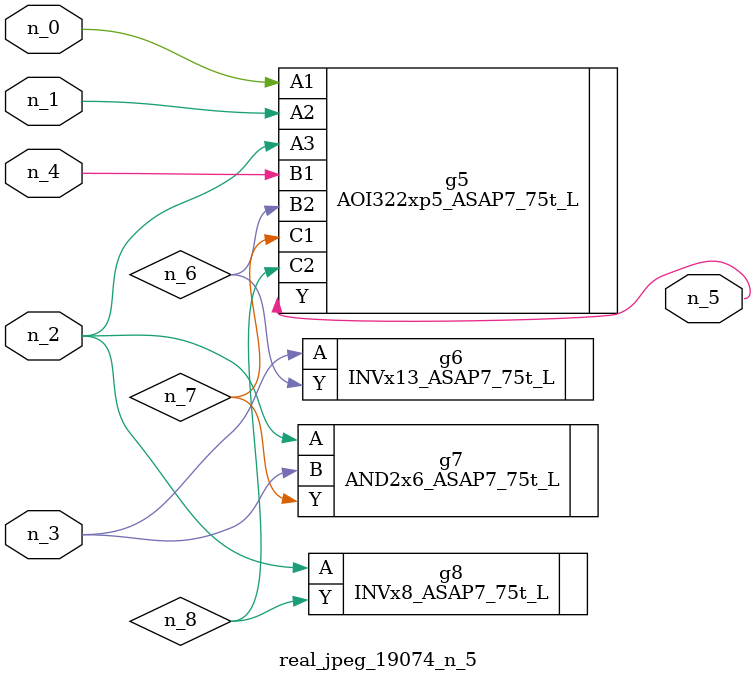
<source format=v>
module real_jpeg_19074_n_5 (n_4, n_0, n_1, n_2, n_3, n_5);

input n_4;
input n_0;
input n_1;
input n_2;
input n_3;

output n_5;

wire n_8;
wire n_6;
wire n_7;

AOI322xp5_ASAP7_75t_L g5 ( 
.A1(n_0),
.A2(n_1),
.A3(n_2),
.B1(n_4),
.B2(n_6),
.C1(n_7),
.C2(n_8),
.Y(n_5)
);

AND2x6_ASAP7_75t_L g7 ( 
.A(n_2),
.B(n_3),
.Y(n_7)
);

INVx8_ASAP7_75t_L g8 ( 
.A(n_2),
.Y(n_8)
);

INVx13_ASAP7_75t_L g6 ( 
.A(n_3),
.Y(n_6)
);


endmodule
</source>
